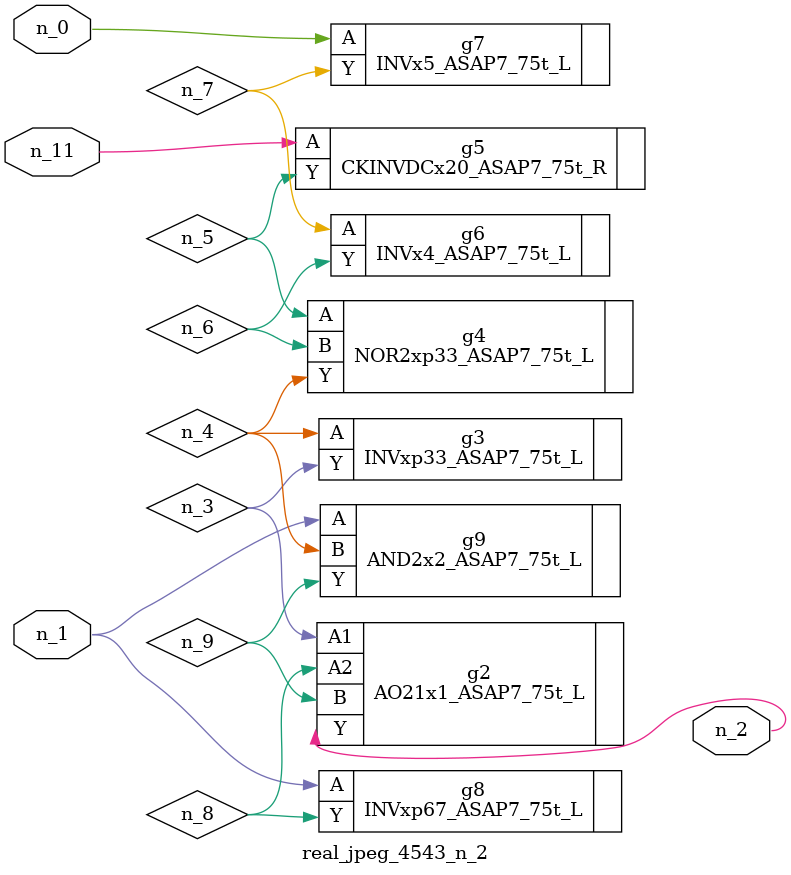
<source format=v>
module real_jpeg_4543_n_2 (n_1, n_11, n_0, n_2);

input n_1;
input n_11;
input n_0;

output n_2;

wire n_5;
wire n_8;
wire n_4;
wire n_6;
wire n_7;
wire n_3;
wire n_9;

INVx5_ASAP7_75t_L g7 ( 
.A(n_0),
.Y(n_7)
);

INVxp67_ASAP7_75t_L g8 ( 
.A(n_1),
.Y(n_8)
);

AND2x2_ASAP7_75t_L g9 ( 
.A(n_1),
.B(n_4),
.Y(n_9)
);

AO21x1_ASAP7_75t_L g2 ( 
.A1(n_3),
.A2(n_8),
.B(n_9),
.Y(n_2)
);

INVxp33_ASAP7_75t_L g3 ( 
.A(n_4),
.Y(n_3)
);

NOR2xp33_ASAP7_75t_L g4 ( 
.A(n_5),
.B(n_6),
.Y(n_4)
);

INVx4_ASAP7_75t_L g6 ( 
.A(n_7),
.Y(n_6)
);

CKINVDCx20_ASAP7_75t_R g5 ( 
.A(n_11),
.Y(n_5)
);


endmodule
</source>
